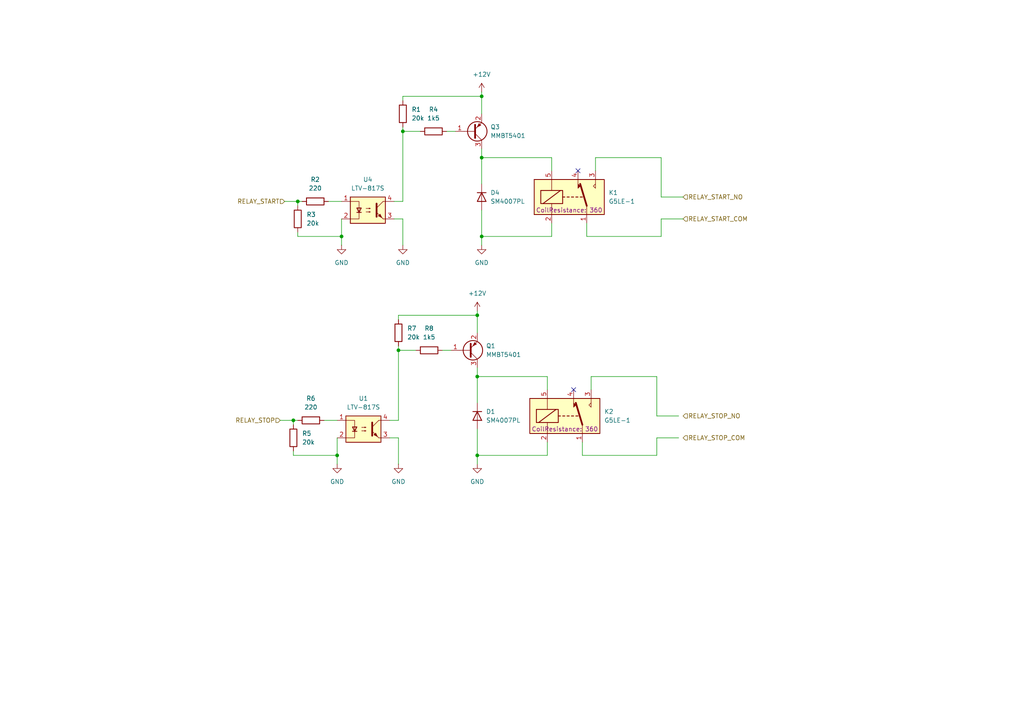
<source format=kicad_sch>
(kicad_sch (version 20250114) (generator "eeschema") (generator_version "9.0")
  (paper "A4")
  (lib_symbols
    (symbol "Device:R" (pin_numbers (hide yes)) (pin_names (offset 0))
      (property "Reference" "R" (at 2.032 0 90))
      (property "Value" "R" (at 0 0 90))
      (symbol "R_0_1"
        (rectangle (start -1.016 -2.54) (end 1.016 2.54) (stroke (width 0.254)))
      )
      (symbol "R_1_1"
        (pin passive line (at 0 3.81 270) (length 1.27) (name "~") (number "1"))
        (pin passive line (at 0 -3.81 90) (length 1.27) (name "~") (number "2"))
      )
    )
    (symbol "Isolator:LTV-817S" (pin_names (offset 1.016))
      (property "Reference" "U" (at -3.81 5.08 0))
      (property "Value" "LTV-817S" (at 0 -5.08 0))
      (symbol "LTV-817S_1_1"
        (rectangle (start -5.08 3.81) (end 5.08 -3.81) (stroke (width 0.254)) (fill (type background)))
        (polyline (pts (xy -5.08 2.54) (xy -2.54 2.54) (xy -2.54 -0.762)))
        (polyline (pts (xy -3.175 -0.635) (xy -1.905 -0.635)) (stroke (width 0.254)))
        (polyline (pts (xy -2.54 -0.635) (xy -2.54 -2.54) (xy -5.08 -2.54)))
        (polyline (pts (xy -2.54 -0.635) (xy -3.175 0.635) (xy -1.905 0.635) (xy -2.54 -0.635)) (stroke (width 0.254)))
        (polyline (pts (xy -0.508 0.508) (xy 0.762 0.508) (xy 0.381 0.381) (xy 0.381 0.635) (xy 0.762 0.508)))
        (polyline (pts (xy -0.508 -0.508) (xy 0.762 -0.508) (xy 0.381 -0.635) (xy 0.381 -0.381) (xy 0.762 -0.508)))
        (polyline (pts (xy 2.54 1.905) (xy 2.54 -1.905)) (stroke (width 0.508)))
        (polyline (pts (xy 2.54 0.635) (xy 4.445 2.54)))
        (polyline (pts (xy 3.048 -1.651) (xy 3.556 -1.143) (xy 4.064 -2.159) (xy 3.048 -1.651)) (fill (type outline)))
        (polyline (pts (xy 4.445 2.54) (xy 5.08 2.54)))
        (polyline (pts (xy 4.445 -2.54) (xy 2.54 -0.635)) (fill (type outline)))
        (polyline (pts (xy 4.445 -2.54) (xy 5.08 -2.54)))
        (pin passive line (at -7.62 2.54 0) (length 2.54) (name "~") (number "1"))
        (pin passive line (at -7.62 -2.54 0) (length 2.54) (name "~") (number "2"))
        (pin passive line (at 7.62 2.54 180) (length 2.54) (name "~") (number "4"))
        (pin passive line (at 7.62 -2.54 180) (length 2.54) (name "~") (number "3"))
      )
    )
    (symbol "Relay:G5LE-1"
      (property "Reference" "K" (at 11.43 3.81 0))
      (property "Value" "G5LE-1" (at 11.43 1.27 0))
      (symbol "G5LE-1_0_0"
        (polyline (pts (xy 7.62 5.08) (xy 7.62 2.54) (xy 6.985 3.175) (xy 7.62 3.81)))
      )
      (symbol "G5LE-1_0_1"
        (rectangle (start -10.16 5.08) (end 10.16 -5.08) (stroke (width 0.254)) (fill (type background)))
        (rectangle (start -8.255 1.905) (end -1.905 -1.905) (stroke (width 0.254)))
        (polyline (pts (xy -7.62 -1.905) (xy -2.54 1.905)) (stroke (width 0.254)))
        (polyline (pts (xy -5.08 5.08) (xy -5.08 1.905)))
        (polyline (pts (xy -5.08 -5.08) (xy -5.08 -1.905)))
        (polyline (pts (xy -1.905 0) (xy -1.27 0)) (stroke (width 0.254)))
        (polyline (pts (xy -0.635 0) (xy 0 0)) (stroke (width 0.254)))
        (polyline (pts (xy 0.635 0) (xy 1.27 0)) (stroke (width 0.254)))
        (polyline (pts (xy 1.905 0) (xy 2.54 0)) (stroke (width 0.254)))
        (polyline (pts (xy 2.54 5.08) (xy 2.54 2.54) (xy 3.175 3.175) (xy 2.54 3.81)) (fill (type outline)))
        (polyline (pts (xy 3.175 0) (xy 3.81 0)) (stroke (width 0.254)))
        (polyline (pts (xy 5.08 -2.54) (xy 3.175 3.81)) (stroke (width 0.508)))
        (polyline (pts (xy 5.08 -2.54) (xy 5.08 -5.08)))
      )
      (symbol "G5LE-1_1_1"
        (pin passive line (at -5.08 7.62 270) (length 2.54) (name "~") (number "5"))
        (pin passive line (at -5.08 -7.62 90) (length 2.54) (name "~") (number "2"))
        (pin passive line (at 2.54 7.62 270) (length 2.54) (name "~") (number "4"))
        (pin passive line (at 5.08 -7.62 90) (length 2.54) (name "~") (number "1"))
        (pin passive line (at 7.62 7.62 270) (length 2.54) (name "~") (number "3"))
      )
    )
    (symbol "Transistor_BJT:MMBTA56" (pin_names (offset 0) (hide yes))
      (property "Reference" "Q" (at 5.08 1.905 0))
      (property "Value" "MMBTA56" (at 5.08 0 0))
      (symbol "MMBTA56_0_1"
        (polyline (pts (xy -2.54 0) (xy 0.635 0)))
        (polyline (pts (xy 0.635 1.905) (xy 0.635 -1.905)) (stroke (width 0.508)))
        (polyline (pts (xy 0.635 0.635) (xy 2.54 2.54)))
        (polyline (pts (xy 0.635 -0.635) (xy 2.54 -2.54)))
        (circle (center 1.27 0) (radius 2.8194) (stroke (width 0.254)))
        (polyline (pts (xy 2.286 -1.778) (xy 1.778 -2.286) (xy 1.27 -1.27) (xy 2.286 -1.778)) (fill (type outline)))
      )
      (symbol "MMBTA56_1_1"
        (pin input line (at -5.08 0 0) (length 2.54) (name "B") (number "1"))
        (pin passive line (at 2.54 5.08 270) (length 2.54) (name "C") (number "3"))
        (pin passive line (at 2.54 -5.08 90) (length 2.54) (name "E") (number "2"))
      )
    )
    (symbol "power:+12V" (power) (pin_numbers (hide yes)) (pin_names (offset 0) (hide yes))
      (property "Value" "+12V" (at 0 3.556 0))
      (symbol "+12V_0_1"
        (polyline (pts (xy -0.762 1.27) (xy 0 2.54)))
        (polyline (pts (xy 0 2.54) (xy 0.762 1.27)))
        (polyline (pts (xy 0 0) (xy 0 2.54)))
      )
      (symbol "+12V_1_1"
        (pin power_in line (at 0 0 90) (length 0) (name "~") (number "1"))
      )
    )
    (symbol "power:GND" (power) (pin_numbers (hide yes)) (pin_names (offset 0) (hide yes))
      (property "Value" "GND" (at 0 -3.81 0))
      (symbol "GND_0_1"
        (polyline (pts (xy 0 0) (xy 0 -1.27) (xy 1.27 -1.27) (xy 0 -2.54) (xy -1.27 -1.27) (xy 0 -1.27)))
      )
      (symbol "GND_1_1"
        (pin power_in line (at 0 0 270) (length 0) (name "~") (number "1"))
      )
    )
    (symbol "pump:SM4007PL" (pin_numbers (hide yes)) (pin_names (hide yes))
      (property "Reference" "D3" (at -1.2701 2.54 90))
      (property "Value" "SM4007PL" (at 1.2699 2.54 90))
      (symbol "SM4007PL_0_1"
        (polyline (pts (xy -1.27 1.27) (xy -1.27 -1.27)) (stroke (width 0.254)))
        (polyline (pts (xy 1.27 1.27) (xy 1.27 -1.27) (xy -1.27 0) (xy 1.27 1.27)) (stroke (width 0.254)))
        (polyline (pts (xy 1.27 0) (xy -1.27 0)))
      )
      (symbol "SM4007PL_1_1"
        (pin passive line (at -3.81 0 0) (length 2.54) (name "K") (number "1"))
        (pin passive line (at 3.81 0 180) (length 2.54) (name "A") (number "2"))
      )
    )
  )
  (junction (at 138.43 132.08))
  (junction (at 116.84 38.1))
  (junction (at 115.57 101.6))
  (junction (at 99.06 68.58))
  (junction (at 138.43 91.44))
  (junction (at 86.36 58.42))
  (junction (at 139.7 45.72))
  (junction (at 97.79 132.08))
  (junction (at 85.09 121.92))
  (junction (at 139.7 27.94))
  (junction (at 139.7 68.58))
  (junction (at 138.43 109.22))
  (no_connect (at 167.64 49.53))
  (no_connect (at 166.37 113.03))
  (wire (pts (xy 95.25 58.42) (xy 99.06 58.42)))
  (wire (pts (xy 86.36 58.42) (xy 87.63 58.42)))
  (wire (pts (xy 171.45 109.22) (xy 171.45 113.03)))
  (wire (pts (xy 116.84 63.5) (xy 116.84 71.12)))
  (wire (pts (xy 116.84 27.94) (xy 139.7 27.94)))
  (wire (pts (xy 191.77 63.5) (xy 191.77 68.58)))
  (wire (pts (xy 116.84 29.21) (xy 116.84 27.94)))
  (wire (pts (xy 172.72 45.72) (xy 172.72 49.53)))
  (wire (pts (xy 190.5 109.22) (xy 171.45 109.22)))
  (wire (pts (xy 138.43 116.84) (xy 138.43 109.22)))
  (wire (pts (xy 139.7 43.18) (xy 139.7 45.72)))
  (wire (pts (xy 196.85 120.65) (xy 190.5 120.65)))
  (wire (pts (xy 86.36 67.31) (xy 86.36 68.58)))
  (wire (pts (xy 190.5 109.22) (xy 190.5 120.65)))
  (wire (pts (xy 139.7 26.67) (xy 139.7 27.94)))
  (wire (pts (xy 138.43 90.17) (xy 138.43 91.44)))
  (wire (pts (xy 116.84 38.1) (xy 121.92 38.1)))
  (wire (pts (xy 138.43 106.68) (xy 138.43 109.22)))
  (wire (pts (xy 198.12 57.15) (xy 191.77 57.15)))
  (wire (pts (xy 81.28 121.92) (xy 85.09 121.92)))
  (wire (pts (xy 115.57 121.92) (xy 115.57 101.6)))
  (wire (pts (xy 116.84 36.83) (xy 116.84 38.1)))
  (wire (pts (xy 85.09 121.92) (xy 86.36 121.92)))
  (wire (pts (xy 115.57 127) (xy 115.57 134.62)))
  (wire (pts (xy 138.43 109.22) (xy 158.75 109.22)))
  (wire (pts (xy 160.02 68.58) (xy 160.02 64.77)))
  (wire (pts (xy 114.3 58.42) (xy 116.84 58.42)))
  (wire (pts (xy 160.02 45.72) (xy 160.02 49.53)))
  (wire (pts (xy 129.54 38.1) (xy 132.08 38.1)))
  (wire (pts (xy 138.43 124.46) (xy 138.43 132.08)))
  (wire (pts (xy 82.55 58.42) (xy 86.36 58.42)))
  (wire (pts (xy 113.03 121.92) (xy 115.57 121.92)))
  (wire (pts (xy 115.57 127) (xy 113.03 127)))
  (wire (pts (xy 139.7 68.58) (xy 139.7 71.12)))
  (wire (pts (xy 115.57 92.71) (xy 115.57 91.44)))
  (wire (pts (xy 139.7 45.72) (xy 160.02 45.72)))
  (wire (pts (xy 190.5 132.08) (xy 168.91 132.08)))
  (wire (pts (xy 86.36 68.58) (xy 99.06 68.58)))
  (wire (pts (xy 128.27 101.6) (xy 130.81 101.6)))
  (wire (pts (xy 99.06 63.5) (xy 99.06 68.58)))
  (wire (pts (xy 191.77 57.15) (xy 191.77 45.72)))
  (wire (pts (xy 85.09 130.81) (xy 85.09 132.08)))
  (wire (pts (xy 139.7 60.96) (xy 139.7 68.58)))
  (wire (pts (xy 97.79 134.62) (xy 97.79 132.08)))
  (wire (pts (xy 158.75 109.22) (xy 158.75 113.03)))
  (wire (pts (xy 138.43 132.08) (xy 138.43 134.62)))
  (wire (pts (xy 191.77 45.72) (xy 172.72 45.72)))
  (wire (pts (xy 139.7 53.34) (xy 139.7 45.72)))
  (wire (pts (xy 139.7 68.58) (xy 160.02 68.58)))
  (wire (pts (xy 115.57 100.33) (xy 115.57 101.6)))
  (wire (pts (xy 138.43 91.44) (xy 138.43 96.52)))
  (wire (pts (xy 139.7 27.94) (xy 139.7 33.02)))
  (wire (pts (xy 97.79 127) (xy 97.79 132.08)))
  (wire (pts (xy 116.84 63.5) (xy 114.3 63.5)))
  (wire (pts (xy 138.43 132.08) (xy 158.75 132.08)))
  (wire (pts (xy 190.5 127) (xy 190.5 132.08)))
  (wire (pts (xy 99.06 71.12) (xy 99.06 68.58)))
  (wire (pts (xy 85.09 132.08) (xy 97.79 132.08)))
  (wire (pts (xy 170.18 68.58) (xy 170.18 64.77)))
  (wire (pts (xy 191.77 68.58) (xy 170.18 68.58)))
  (wire (pts (xy 116.84 58.42) (xy 116.84 38.1)))
  (wire (pts (xy 93.98 121.92) (xy 97.79 121.92)))
  (wire (pts (xy 115.57 101.6) (xy 120.65 101.6)))
  (wire (pts (xy 198.12 63.5) (xy 191.77 63.5)))
  (wire (pts (xy 158.75 132.08) (xy 158.75 128.27)))
  (wire (pts (xy 168.91 132.08) (xy 168.91 128.27)))
  (wire (pts (xy 196.85 127) (xy 190.5 127)))
  (wire (pts (xy 86.36 59.69) (xy 86.36 58.42)))
  (wire (pts (xy 115.57 91.44) (xy 138.43 91.44)))
  (wire (pts (xy 85.09 123.19) (xy 85.09 121.92)))
  (hierarchical_label "RELAY_STOP_COM" (shape input) (at 198.12 127 0))
  (hierarchical_label "RELAY_STOP_NO" (shape input) (at 198.12 120.65 0))
  (hierarchical_label "RELAY_START" (shape input) (at 82.55 58.42 180))
  (hierarchical_label "RELAY_STOP" (shape input) (at 81.28 121.92 180))
  (hierarchical_label "RELAY_START_NO" (shape input) (at 198.12 57.15 0))
  (hierarchical_label "RELAY_START_COM" (shape input) (at 198.12 63.5 0))
  (symbol (lib_id "Device:R") (at 86.36 63.5 0) (unit 1)
    (property "Reference" "R3" (at 88.9 62.2299 0) (effects (justify left)))
    (property "Value" "20k" (at 88.9 64.7699 0) (effects (justify left)))
    (property "Footprint" "Resistor_SMD:R_0402_1005Metric" (effects (hide yes)))
    (property "Description" "Resistor" (effects (hide yes)))
    (property "PartNo" "0402WGF2002TCE" (effects (hide yes)))
    (property "LCSC" "C25765" (effects (hide yes)))
  )
  (symbol (lib_id "power:+12V") (at 138.43 90.17 0) (unit 1)
    (property "Reference" "#PWR07" (effects (hide yes)))
    (property "Value" "+12V" (at 138.43 85.09 0))
    (property "Description" "Power symbol creates a global label with name \"+12V\"" (effects (hide yes)))
  )
  (symbol (lib_id "pump:SM4007PL") (at 139.7 57.15 270) (unit 1)
    (property "Reference" "D4" (at 142.24 55.8799 90) (effects (justify left)))
    (property "Value" "SM4007PL" (at 142.24 58.4199 90) (effects (justify left)))
    (property "Footprint" "pump:SM4007PL" (effects (hide yes)))
    (property "Datasheet" "https://jlcpcb.com/api/file/downloadByFileSystemAccessId/8586175619906613248" (effects (hide yes)))
    (property "Description" "1000V 1A General Purpose Rectifier Diode, MELF" (effects (hide yes)))
    (property "Sim.Device" "D" (effects (hide yes)))
    (property "Sim.Pins" "1=K 2=A" (effects (hide yes)))
    (property "LCSC" "C64898" (effects (hide yes)))
    (property "PartNo" "SM4007PL" (effects (hide yes)))
  )
  (symbol (lib_id "Isolator:LTV-817S") (at 105.41 124.46 0) (unit 1)
    (property "Reference" "U1" (at 105.41 115.57 0))
    (property "Value" "LTV-817S" (at 105.41 118.11 0))
    (property "Footprint" "Package_DIP:SMDIP-4_W9.53mm" (effects (hide yes)))
    (property "Datasheet" "http://www.us.liteon.com/downloads/LTV-817-827-847.PDF" (effects (hide yes)))
    (property "Description" "DC Optocoupler, Vce 35V, CTR 50%, SMDIP-4" (effects (hide yes)))
    (property "PartNo" "LTV-817S-TA1-C" (effects (hide yes)))
    (property "LCSC" "C109227" (effects (hide yes)))
  )
  (symbol (lib_id "pump:SM4007PL") (at 138.43 120.65 270) (unit 1)
    (property "Reference" "D1" (at 140.97 119.3799 90) (effects (justify left)))
    (property "Value" "SM4007PL" (at 140.97 121.9199 90) (effects (justify left)))
    (property "Footprint" "pump:SM4007PL" (effects (hide yes)))
    (property "Datasheet" "https://jlcpcb.com/api/file/downloadByFileSystemAccessId/8586175619906613248" (effects (hide yes)))
    (property "Description" "1000V 1A General Purpose Rectifier Diode, MELF" (effects (hide yes)))
    (property "Sim.Device" "D" (effects (hide yes)))
    (property "Sim.Pins" "1=K 2=A" (effects (hide yes)))
    (property "LCSC" "C64898" (effects (hide yes)))
    (property "PartNo" "SM4007PL" (effects (hide yes)))
  )
  (symbol (lib_id "Device:R") (at 115.57 96.52 0) (unit 1)
    (property "Reference" "R7" (at 118.11 95.2499 0) (effects (justify left)))
    (property "Value" "20k" (at 118.11 97.7899 0) (effects (justify left)))
    (property "Footprint" "Resistor_SMD:R_0402_1005Metric" (effects (hide yes)))
    (property "Description" "Resistor" (effects (hide yes)))
    (property "PartNo" "0402WGF2002TCE" (effects (hide yes)))
    (property "LCSC" "C25765" (effects (hide yes)))
  )
  (symbol (lib_id "power:GND") (at 115.57 134.62 0) (unit 1)
    (property "Reference" "#PWR06" (effects (hide yes)))
    (property "Value" "GND" (at 115.57 139.7 0))
    (property "Description" "Power symbol creates a global label with name \"GND\" , ground" (effects (hide yes)))
  )
  (symbol (lib_id "Device:R") (at 124.46 101.6 90) (unit 1)
    (property "Reference" "R8" (at 124.46 95.25 90))
    (property "Value" "1k5" (at 124.46 97.79 90))
    (property "Footprint" "Resistor_SMD:R_0805_2012Metric" (effects (hide yes)))
    (property "Description" "Resistor" (effects (hide yes)))
    (property "PartNo" "0805W8F1501T5E" (effects (hide yes)))
    (property "LCSC" "C4310" (effects (hide yes)))
  )
  (symbol (lib_id "power:GND") (at 97.79 134.62 0) (unit 1)
    (property "Reference" "#PWR02" (effects (hide yes)))
    (property "Value" "GND" (at 97.79 139.7 0))
    (property "Description" "Power symbol creates a global label with name \"GND\" , ground" (effects (hide yes)))
  )
  (symbol (lib_id "power:GND") (at 99.06 71.12 0) (unit 1)
    (property "Reference" "#PWR03" (effects (hide yes)))
    (property "Value" "GND" (at 99.06 76.2 0))
    (property "Description" "Power symbol creates a global label with name \"GND\" , ground" (effects (hide yes)))
  )
  (symbol (lib_id "Relay:G5LE-1") (at 165.1 57.15 0) (unit 1)
    (property "Reference" "K1" (at 176.53 55.8799 0) (effects (justify left)))
    (property "Value" "G5LE-1" (at 176.53 58.4199 0) (effects (justify left)))
    (property "Footprint" "Relay_THT:Relay_SPDT_Omron-G5LE-1" (effects (hide yes)))
    (property "Datasheet" "http://www.omron.com/ecb/products/pdf/en-g5le.pdf" (effects (hide yes)))
    (property "Description" "Omron G5LE relay, Miniature Single Pole, SPDT, 10A" (effects (hide yes)))
    (property "CoilResistance" "360" (at 165.1 60.96 0) (show_name yes))
    (property "PartNo" "G5LE-14-ASI DC12" (effects (hide yes)))
    (property "Mouser" "653-G5LE-14-ASIDC12" (effects (hide yes)))
  )
  (symbol (lib_id "Device:R") (at 90.17 121.92 90) (unit 1)
    (property "Reference" "R6" (at 90.17 115.57 90))
    (property "Value" "220" (at 90.17 118.11 90))
    (property "Footprint" "Resistor_SMD:R_0805_2012Metric" (effects (hide yes)))
    (property "Description" "Resistor" (effects (hide yes)))
    (property "PartNo" "0805W8F2200T5E" (effects (hide yes)))
    (property "LCSC" "C17557" (effects (hide yes)))
  )
  (symbol (lib_id "Transistor_BJT:MMBTA56") (at 137.16 38.1 0) (mirror x) (unit 1)
    (property "Reference" "Q3" (at 142.24 36.8299 0) (effects (justify left)))
    (property "Value" "MMBT5401" (at 142.24 39.3699 0) (effects (justify left)))
    (property "Footprint" "Package_TO_SOT_SMD:SOT-23" (effects (hide yes)))
    (property "Datasheet" "https://diotec.com/request/datasheet/mmbta56.pdf" (effects (hide yes)))
    (property "Description" "0.5A Ic, 80V Vce, general purpose PNP" (effects (hide yes)))
    (property "PartNO" "MMBT5401" (effects (hide yes)))
    (property "LCSC" "C8326" (effects (hide yes)))
  )
  (symbol (lib_id "Device:R") (at 116.84 33.02 0) (unit 1)
    (property "Reference" "R1" (at 119.38 31.7499 0) (effects (justify left)))
    (property "Value" "20k" (at 119.38 34.2899 0) (effects (justify left)))
    (property "Footprint" "Resistor_SMD:R_0402_1005Metric" (effects (hide yes)))
    (property "Description" "Resistor" (effects (hide yes)))
    (property "PartNo" "0402WGF2002TCE" (effects (hide yes)))
    (property "LCSC" "C25765" (effects (hide yes)))
  )
  (symbol (lib_id "Device:R") (at 125.73 38.1 90) (unit 1)
    (property "Reference" "R4" (at 125.73 31.75 90))
    (property "Value" "1k5" (at 125.73 34.29 90))
    (property "Footprint" "Resistor_SMD:R_0805_2012Metric" (effects (hide yes)))
    (property "Description" "Resistor" (effects (hide yes)))
    (property "PartNo" "0805W8F1501T5E" (effects (hide yes)))
    (property "LCSC" "C4310" (effects (hide yes)))
  )
  (symbol (lib_id "Device:R") (at 85.09 127 0) (unit 1)
    (property "Reference" "R5" (at 87.63 125.7299 0) (effects (justify left)))
    (property "Value" "20k" (at 87.63 128.2699 0) (effects (justify left)))
    (property "Footprint" "Resistor_SMD:R_0402_1005Metric" (effects (hide yes)))
    (property "Description" "Resistor" (effects (hide yes)))
    (property "PartNo" "0402WGF2002TCE" (effects (hide yes)))
    (property "LCSC" "C25765" (effects (hide yes)))
  )
  (symbol (lib_id "power:GND") (at 116.84 71.12 0) (unit 1)
    (property "Reference" "#PWR04" (effects (hide yes)))
    (property "Value" "GND" (at 116.84 76.2 0))
    (property "Description" "Power symbol creates a global label with name \"GND\" , ground" (effects (hide yes)))
  )
  (symbol (lib_id "Transistor_BJT:MMBTA56") (at 135.89 101.6 0) (mirror x) (unit 1)
    (property "Reference" "Q1" (at 140.97 100.3299 0) (effects (justify left)))
    (property "Value" "MMBT5401" (at 140.97 102.8699 0) (effects (justify left)))
    (property "Footprint" "Package_TO_SOT_SMD:SOT-23" (effects (hide yes)))
    (property "Datasheet" "https://diotec.com/request/datasheet/mmbta56.pdf" (effects (hide yes)))
    (property "Description" "0.5A Ic, 80V Vce, general purpose PNP" (effects (hide yes)))
    (property "PartNO" "MMBT5401" (effects (hide yes)))
    (property "LCSC" "C8326" (effects (hide yes)))
  )
  (symbol (lib_id "Device:R") (at 91.44 58.42 90) (unit 1)
    (property "Reference" "R2" (at 91.44 52.07 90))
    (property "Value" "220" (at 91.44 54.61 90))
    (property "Footprint" "Resistor_SMD:R_0805_2012Metric" (effects (hide yes)))
    (property "Description" "Resistor" (effects (hide yes)))
    (property "PartNo" "0805W8F2200T5E" (effects (hide yes)))
    (property "LCSC" "C17557" (effects (hide yes)))
  )
  (symbol (lib_id "Relay:G5LE-1") (at 163.83 120.65 0) (unit 1)
    (property "Reference" "K2" (at 175.26 119.3799 0) (effects (justify left)))
    (property "Value" "G5LE-1" (at 175.26 121.9199 0) (effects (justify left)))
    (property "Footprint" "Relay_THT:Relay_SPDT_Omron-G5LE-1" (effects (hide yes)))
    (property "Datasheet" "http://www.omron.com/ecb/products/pdf/en-g5le.pdf" (effects (hide yes)))
    (property "Description" "Omron G5LE relay, Miniature Single Pole, SPDT, 10A" (effects (hide yes)))
    (property "CoilResistance" "360" (at 163.83 124.46 0) (show_name yes))
    (property "PartNo" "G5LE-14-ASI DC12" (effects (hide yes)))
    (property "Mouser" "653-G5LE-14-ASIDC12" (effects (hide yes)))
  )
  (symbol (lib_id "power:GND") (at 139.7 71.12 0) (unit 1)
    (property "Reference" "#PWR01" (effects (hide yes)))
    (property "Value" "GND" (at 139.7 76.2 0))
    (property "Description" "Power symbol creates a global label with name \"GND\" , ground" (effects (hide yes)))
  )
  (symbol (lib_id "power:GND") (at 138.43 134.62 0) (unit 1)
    (property "Reference" "#PWR08" (effects (hide yes)))
    (property "Value" "GND" (at 138.43 139.7 0))
    (property "Description" "Power symbol creates a global label with name \"GND\" , ground" (effects (hide yes)))
  )
  (symbol (lib_id "Isolator:LTV-817S") (at 106.68 60.96 0) (unit 1)
    (property "Reference" "U4" (at 106.68 52.07 0))
    (property "Value" "LTV-817S" (at 106.68 54.61 0))
    (property "Footprint" "Package_DIP:SMDIP-4_W9.53mm" (effects (hide yes)))
    (property "Datasheet" "http://www.us.liteon.com/downloads/LTV-817-827-847.PDF" (effects (hide yes)))
    (property "Description" "DC Optocoupler, Vce 35V, CTR 50%, SMDIP-4" (effects (hide yes)))
    (property "PartNo" "LTV-817S-TA1-C" (effects (hide yes)))
    (property "LCSC" "C109227" (effects (hide yes)))
  )
  (symbol (lib_id "power:+12V") (at 139.7 26.67 0) (unit 1)
    (property "Reference" "#PWR05" (effects (hide yes)))
    (property "Value" "+12V" (at 139.7 21.59 0))
    (property "Description" "Power symbol creates a global label with name \"+12V\"" (effects (hide yes)))
  )
)
</source>
